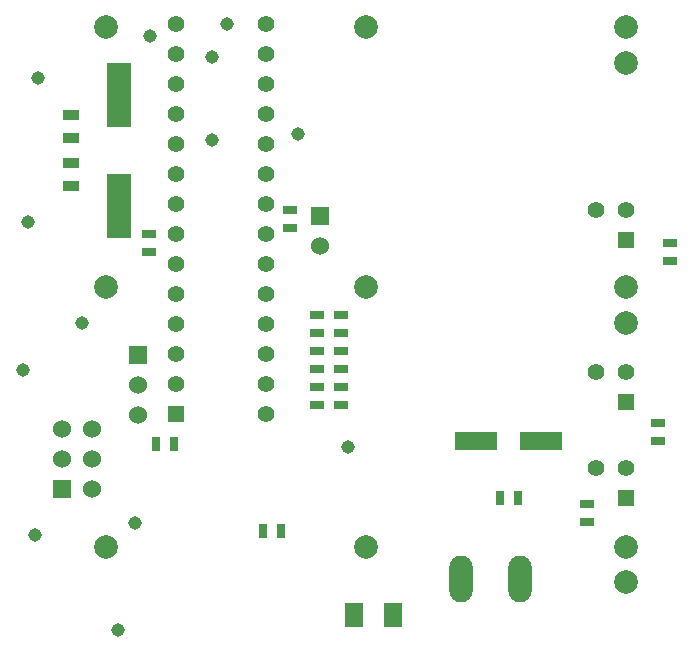
<source format=gbs>
G04 (created by PCBNEW (2013-jul-07)-stable) date śro, 2 lis 2016, 23:07:26*
%MOIN*%
G04 Gerber Fmt 3.4, Leading zero omitted, Abs format*
%FSLAX34Y34*%
G01*
G70*
G90*
G04 APERTURE LIST*
%ADD10C,0.00590551*%
%ADD11R,0.0787X0.2165*%
%ADD12R,0.055X0.055*%
%ADD13C,0.055*%
%ADD14R,0.045X0.025*%
%ADD15R,0.025X0.045*%
%ADD16C,0.0787402*%
%ADD17R,0.1417X0.063*%
%ADD18R,0.055X0.035*%
%ADD19R,0.06X0.06*%
%ADD20C,0.06*%
%ADD21O,0.078X0.156*%
%ADD22R,0.06X0.08*%
%ADD23C,0.045*%
G04 APERTURE END LIST*
G54D10*
G54D11*
X47866Y-31779D03*
X47866Y-35479D03*
G54D12*
X64766Y-36629D03*
G54D13*
X64766Y-35629D03*
X63766Y-35629D03*
G54D12*
X64766Y-42029D03*
G54D13*
X64766Y-41029D03*
X63766Y-41029D03*
G54D12*
X64766Y-45229D03*
G54D13*
X64766Y-44229D03*
X63766Y-44229D03*
G54D14*
X65846Y-42711D03*
X65846Y-43311D03*
G54D15*
X60566Y-45229D03*
X61166Y-45229D03*
G54D14*
X66240Y-36707D03*
X66240Y-37307D03*
X53566Y-35629D03*
X53566Y-36229D03*
X54466Y-40929D03*
X54466Y-40329D03*
X54466Y-39129D03*
X54466Y-39729D03*
X55266Y-40929D03*
X55266Y-40329D03*
X55266Y-39129D03*
X55266Y-39729D03*
G54D15*
X52666Y-46329D03*
X53266Y-46329D03*
X49109Y-43405D03*
X49709Y-43405D03*
G54D14*
X48866Y-37029D03*
X48866Y-36429D03*
X55266Y-42129D03*
X55266Y-41529D03*
X54466Y-42129D03*
X54466Y-41529D03*
X63466Y-46029D03*
X63466Y-45429D03*
G54D16*
X47440Y-46850D03*
X56102Y-46850D03*
X64763Y-46850D03*
X47440Y-38188D03*
X56102Y-38188D03*
X64763Y-38188D03*
X47440Y-29527D03*
X56102Y-29527D03*
X64763Y-29527D03*
X64763Y-30708D03*
X64763Y-39370D03*
X64763Y-48031D03*
G54D13*
X49766Y-41429D03*
X49766Y-40429D03*
X49766Y-39429D03*
X49766Y-38429D03*
X49766Y-37429D03*
X49766Y-36429D03*
X49766Y-35429D03*
X49766Y-34429D03*
X49766Y-33429D03*
X49766Y-32429D03*
X49766Y-31429D03*
X49766Y-30429D03*
X49766Y-29429D03*
G54D12*
X49766Y-42429D03*
G54D13*
X52766Y-29429D03*
X52766Y-30429D03*
X52766Y-31429D03*
X52766Y-32429D03*
X52766Y-33429D03*
X52766Y-34429D03*
X52766Y-35429D03*
X52766Y-36429D03*
X52766Y-37429D03*
X52766Y-38429D03*
X52766Y-39429D03*
X52766Y-40429D03*
X52766Y-41429D03*
X52766Y-42429D03*
G54D17*
X61949Y-43329D03*
X59783Y-43329D03*
G54D18*
X46266Y-32454D03*
X46266Y-33204D03*
X46266Y-34804D03*
X46266Y-34054D03*
G54D19*
X48523Y-40437D03*
G54D20*
X48523Y-41437D03*
X48523Y-42437D03*
G54D19*
X45966Y-44929D03*
G54D20*
X46966Y-44929D03*
X45966Y-43929D03*
X46966Y-43929D03*
X45966Y-42929D03*
X46966Y-42929D03*
G54D21*
X61256Y-47929D03*
X59276Y-47929D03*
G54D19*
X54566Y-35829D03*
G54D20*
X54566Y-36829D03*
G54D22*
X57016Y-49129D03*
X55716Y-49129D03*
G54D23*
X51476Y-29429D03*
X48917Y-29822D03*
X50984Y-33267D03*
X44842Y-36023D03*
X45177Y-31200D03*
X50984Y-30511D03*
X45078Y-46456D03*
X47834Y-49606D03*
X46653Y-39370D03*
X48425Y-46062D03*
X53838Y-33070D03*
X44685Y-40944D03*
X55511Y-43503D03*
M02*

</source>
